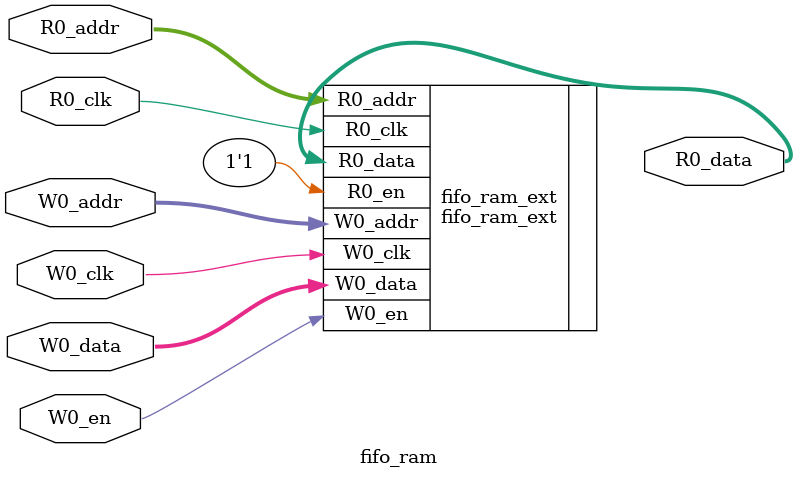
<source format=sv>
`ifndef RANDOMIZE
  `ifdef RANDOMIZE_MEM_INIT
    `define RANDOMIZE
  `endif // RANDOMIZE_MEM_INIT
`endif // not def RANDOMIZE
`ifndef RANDOMIZE
  `ifdef RANDOMIZE_REG_INIT
    `define RANDOMIZE
  `endif // RANDOMIZE_REG_INIT
`endif // not def RANDOMIZE

`ifndef RANDOM
  `define RANDOM $random
`endif // not def RANDOM

// Users can define INIT_RANDOM as general code that gets injected into the
// initializer block for modules with registers.
`ifndef INIT_RANDOM
  `define INIT_RANDOM
`endif // not def INIT_RANDOM

// If using random initialization, you can also define RANDOMIZE_DELAY to
// customize the delay used, otherwise 0.002 is used.
`ifndef RANDOMIZE_DELAY
  `define RANDOMIZE_DELAY 0.002
`endif // not def RANDOMIZE_DELAY

// Define INIT_RANDOM_PROLOG_ for use in our modules below.
`ifndef INIT_RANDOM_PROLOG_
  `ifdef RANDOMIZE
    `ifdef VERILATOR
      `define INIT_RANDOM_PROLOG_ `INIT_RANDOM
    `else  // VERILATOR
      `define INIT_RANDOM_PROLOG_ `INIT_RANDOM #`RANDOMIZE_DELAY begin end
    `endif // VERILATOR
  `else  // RANDOMIZE
    `define INIT_RANDOM_PROLOG_
  `endif // RANDOMIZE
`endif // not def INIT_RANDOM_PROLOG_

// Include register initializers in init blocks unless synthesis is set
`ifndef SYNTHESIS
  `ifndef ENABLE_INITIAL_REG_
    `define ENABLE_INITIAL_REG_
  `endif // not def ENABLE_INITIAL_REG_
`endif // not def SYNTHESIS

// Include rmemory initializers in init blocks unless synthesis is set
`ifndef SYNTHESIS
  `ifndef ENABLE_INITIAL_MEM_
    `define ENABLE_INITIAL_MEM_
  `endif // not def ENABLE_INITIAL_MEM_
`endif // not def SYNTHESIS

module fifo_ram(
  input  [3:0]     R0_addr,
  input            R0_clk,
  output [15999:0] R0_data,
  input  [3:0]     W0_addr,
  input            W0_en,
  input            W0_clk,
  input  [15999:0] W0_data
);

  fifo_ram_ext fifo_ram_ext (
    .R0_addr (R0_addr),
    .R0_en   (1'h1),
    .R0_clk  (R0_clk),
    .R0_data (R0_data),
    .W0_addr (W0_addr),
    .W0_en   (W0_en),
    .W0_clk  (W0_clk),
    .W0_data (W0_data)
  );
endmodule


</source>
